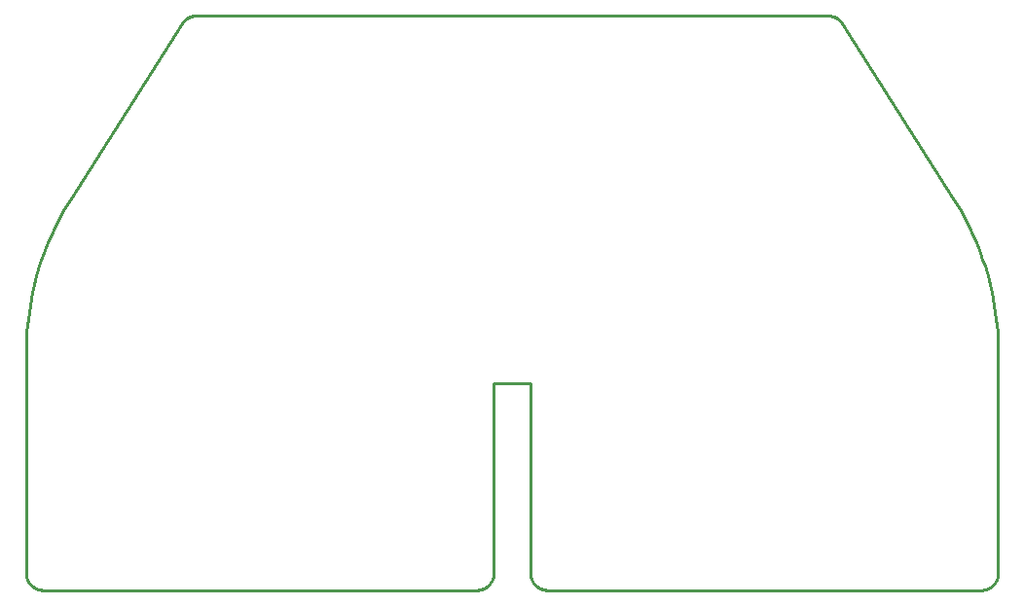
<source format=gbr>
G04 EAGLE Gerber RS-274X export*
G75*
%MOMM*%
%FSLAX34Y34*%
%LPD*%
%IN*%
%IPPOS*%
%AMOC8*
5,1,8,0,0,1.08239X$1,22.5*%
G01*
%ADD10C,0.254000*%


D10*
X406977Y180025D02*
X438727Y180023D01*
X438718Y15023D01*
X438722Y14661D01*
X438735Y14298D01*
X438757Y13936D01*
X438788Y13575D01*
X438827Y13215D01*
X438875Y12856D01*
X438932Y12498D01*
X438997Y12141D01*
X439071Y11786D01*
X439154Y11433D01*
X439245Y11082D01*
X439344Y10734D01*
X439452Y10388D01*
X439568Y10044D01*
X439692Y9704D01*
X439825Y9367D01*
X439966Y9032D01*
X440114Y8702D01*
X440271Y8375D01*
X440436Y8052D01*
X440608Y7733D01*
X440788Y7418D01*
X440975Y7108D01*
X441170Y6803D01*
X441373Y6502D01*
X441582Y6206D01*
X441799Y5915D01*
X442022Y5630D01*
X442253Y5350D01*
X442490Y5076D01*
X442733Y4807D01*
X442983Y4545D01*
X443240Y4289D01*
X443502Y4039D01*
X443770Y3795D01*
X444045Y3558D01*
X444324Y3328D01*
X444610Y3104D01*
X444900Y2887D01*
X445196Y2678D01*
X445497Y2475D01*
X445803Y2281D01*
X446113Y2093D01*
X446427Y1913D01*
X446746Y1741D01*
X447069Y1576D01*
X447396Y1419D01*
X447727Y1271D01*
X448061Y1130D01*
X448398Y997D01*
X448738Y873D01*
X449082Y756D01*
X449428Y649D01*
X449776Y549D01*
X450127Y458D01*
X450480Y376D01*
X450835Y302D01*
X451192Y236D01*
X451550Y180D01*
X451909Y131D01*
X452269Y92D01*
X452630Y61D01*
X452992Y40D01*
X453355Y26D01*
X453717Y22D01*
X830684Y0D01*
X831046Y4D01*
X831409Y17D01*
X831771Y39D01*
X832132Y70D01*
X832492Y109D01*
X832851Y157D01*
X833209Y214D01*
X833566Y279D01*
X833921Y353D01*
X834274Y436D01*
X834625Y527D01*
X834973Y626D01*
X835319Y734D01*
X835663Y850D01*
X836003Y974D01*
X836340Y1107D01*
X836675Y1248D01*
X837005Y1396D01*
X837332Y1553D01*
X837655Y1718D01*
X837974Y1890D01*
X838289Y2070D01*
X838599Y2257D01*
X838904Y2452D01*
X839205Y2655D01*
X839501Y2864D01*
X839792Y3081D01*
X840077Y3304D01*
X840357Y3535D01*
X840631Y3772D01*
X840900Y4015D01*
X841162Y4265D01*
X841418Y4522D01*
X841668Y4784D01*
X841912Y5052D01*
X842149Y5327D01*
X842379Y5606D01*
X842603Y5892D01*
X842820Y6182D01*
X843029Y6478D01*
X843232Y6779D01*
X843426Y7085D01*
X843614Y7395D01*
X843794Y7709D01*
X843966Y8028D01*
X844131Y8351D01*
X844288Y8678D01*
X844436Y9009D01*
X844577Y9343D01*
X844710Y9680D01*
X844834Y10020D01*
X844951Y10364D01*
X845058Y10710D01*
X845158Y11058D01*
X845249Y11409D01*
X845331Y11762D01*
X845405Y12117D01*
X845471Y12474D01*
X845527Y12832D01*
X845576Y13191D01*
X845615Y13551D01*
X845646Y13912D01*
X845667Y14274D01*
X845681Y14637D01*
X845685Y14999D01*
X845696Y206900D01*
X845627Y212790D01*
X845419Y218677D01*
X845073Y224557D01*
X844588Y230427D01*
X843965Y236285D01*
X843204Y242126D01*
X842306Y247947D01*
X841271Y253746D01*
X840099Y259518D01*
X838792Y265262D01*
X837350Y270973D01*
X835774Y276648D01*
X834064Y282285D01*
X832222Y287880D01*
X830249Y293430D01*
X828146Y298932D01*
X825913Y304383D01*
X823553Y309780D01*
X821066Y315120D01*
X818454Y320399D01*
X815719Y325616D01*
X812861Y330767D01*
X809883Y335849D01*
X806786Y340859D01*
X710219Y493044D01*
X710019Y493352D01*
X709810Y493655D01*
X709595Y493953D01*
X709372Y494246D01*
X709142Y494533D01*
X708904Y494814D01*
X708661Y495089D01*
X708410Y495358D01*
X708153Y495622D01*
X707890Y495878D01*
X707620Y496128D01*
X707344Y496372D01*
X707063Y496609D01*
X706775Y496838D01*
X706483Y497061D01*
X706184Y497276D01*
X705881Y497484D01*
X705573Y497684D01*
X705259Y497877D01*
X704941Y498062D01*
X704619Y498240D01*
X704293Y498409D01*
X703962Y498570D01*
X703628Y498723D01*
X703289Y498868D01*
X702948Y499004D01*
X702603Y499132D01*
X702255Y499252D01*
X701905Y499363D01*
X701551Y499465D01*
X701196Y499559D01*
X700838Y499644D01*
X700478Y499720D01*
X700116Y499787D01*
X699753Y499846D01*
X699389Y499895D01*
X699023Y499936D01*
X698657Y499967D01*
X698290Y499990D01*
X697922Y500003D01*
X697554Y500008D01*
X148187Y500040D01*
X147819Y500036D01*
X147451Y500022D01*
X147084Y499999D01*
X146718Y499968D01*
X146352Y499927D01*
X145988Y499878D01*
X145625Y499820D01*
X145263Y499752D01*
X144903Y499676D01*
X144545Y499591D01*
X144190Y499498D01*
X143836Y499396D01*
X143486Y499285D01*
X143138Y499165D01*
X142793Y499037D01*
X142452Y498901D01*
X142113Y498756D01*
X141779Y498603D01*
X141448Y498442D01*
X141122Y498272D01*
X140800Y498095D01*
X140482Y497910D01*
X140169Y497718D01*
X139860Y497517D01*
X139557Y497309D01*
X139258Y497094D01*
X138966Y496872D01*
X138678Y496642D01*
X138397Y496405D01*
X138121Y496162D01*
X137851Y495912D01*
X137588Y495655D01*
X137331Y495392D01*
X137080Y495123D01*
X136836Y494848D01*
X136599Y494566D01*
X136369Y494279D01*
X136146Y493987D01*
X135931Y493689D01*
X135722Y493386D01*
X135521Y493078D01*
X135522Y493078D02*
X38937Y340904D01*
X35839Y335894D01*
X32860Y330812D01*
X30002Y325662D01*
X27266Y320446D01*
X24654Y315166D01*
X22166Y309827D01*
X19805Y304430D01*
X17572Y298980D01*
X15468Y293478D01*
X13494Y287928D01*
X11652Y282334D01*
X9942Y276697D01*
X8365Y271022D01*
X6922Y265311D01*
X5614Y259567D01*
X4442Y253795D01*
X3406Y247996D01*
X2507Y242175D01*
X1746Y236334D01*
X1122Y230477D01*
X636Y224607D01*
X289Y218727D01*
X81Y212840D01*
X11Y206950D01*
X0Y15048D01*
X4Y14686D01*
X17Y14323D01*
X39Y13961D01*
X70Y13600D01*
X109Y13240D01*
X157Y12881D01*
X214Y12523D01*
X279Y12166D01*
X353Y11811D01*
X436Y11458D01*
X527Y11107D01*
X626Y10759D01*
X734Y10413D01*
X850Y10069D01*
X974Y9729D01*
X1107Y9392D01*
X1248Y9057D01*
X1396Y8727D01*
X1553Y8400D01*
X1718Y8077D01*
X1890Y7758D01*
X2070Y7443D01*
X2257Y7133D01*
X2452Y6828D01*
X2655Y6527D01*
X2864Y6231D01*
X3081Y5940D01*
X3304Y5655D01*
X3535Y5375D01*
X3772Y5101D01*
X4015Y4832D01*
X4265Y4570D01*
X4522Y4314D01*
X4784Y4064D01*
X5052Y3820D01*
X5327Y3583D01*
X5606Y3353D01*
X5892Y3129D01*
X6182Y2912D01*
X6478Y2703D01*
X6779Y2500D01*
X7085Y2306D01*
X7395Y2118D01*
X7709Y1938D01*
X8028Y1766D01*
X8351Y1601D01*
X8678Y1444D01*
X9009Y1296D01*
X9343Y1155D01*
X9680Y1022D01*
X10020Y898D01*
X10364Y781D01*
X10710Y674D01*
X11058Y574D01*
X11409Y483D01*
X11762Y401D01*
X12117Y327D01*
X12474Y261D01*
X12832Y205D01*
X13191Y156D01*
X13551Y117D01*
X13912Y86D01*
X14274Y65D01*
X14637Y51D01*
X14999Y47D01*
X391967Y25D01*
X392336Y30D01*
X392704Y43D01*
X393071Y66D01*
X393438Y97D01*
X393804Y138D01*
X394169Y187D01*
X394532Y246D01*
X394894Y313D01*
X395254Y389D01*
X395612Y474D01*
X395968Y568D01*
X396322Y671D01*
X396673Y782D01*
X397021Y902D01*
X397366Y1030D01*
X397708Y1167D01*
X398047Y1312D01*
X398381Y1465D01*
X398712Y1627D01*
X399039Y1796D01*
X399362Y1974D01*
X399680Y2159D01*
X399993Y2352D01*
X400302Y2553D01*
X400605Y2761D01*
X400904Y2977D01*
X401197Y3200D01*
X401484Y3430D01*
X401766Y3667D01*
X402042Y3911D01*
X402311Y4161D01*
X402575Y4418D01*
X402832Y4682D01*
X403083Y4952D01*
X403327Y5227D01*
X403564Y5509D01*
X403794Y5797D01*
X404017Y6090D01*
X404232Y6388D01*
X404441Y6691D01*
X404641Y7000D01*
X404835Y7314D01*
X405020Y7632D01*
X405197Y7954D01*
X405367Y8281D01*
X405529Y8612D01*
X405682Y8947D01*
X405827Y9285D01*
X405964Y9627D01*
X406092Y9972D01*
X406212Y10320D01*
X406323Y10671D01*
X406425Y11025D01*
X406519Y11381D01*
X406604Y11739D01*
X406681Y12099D01*
X406748Y12461D01*
X406807Y12824D01*
X406856Y13189D01*
X406897Y13555D01*
X406928Y13922D01*
X406951Y14289D01*
X406964Y14657D01*
X406969Y15025D01*
X406968Y15025D02*
X406977Y180025D01*
M02*

</source>
